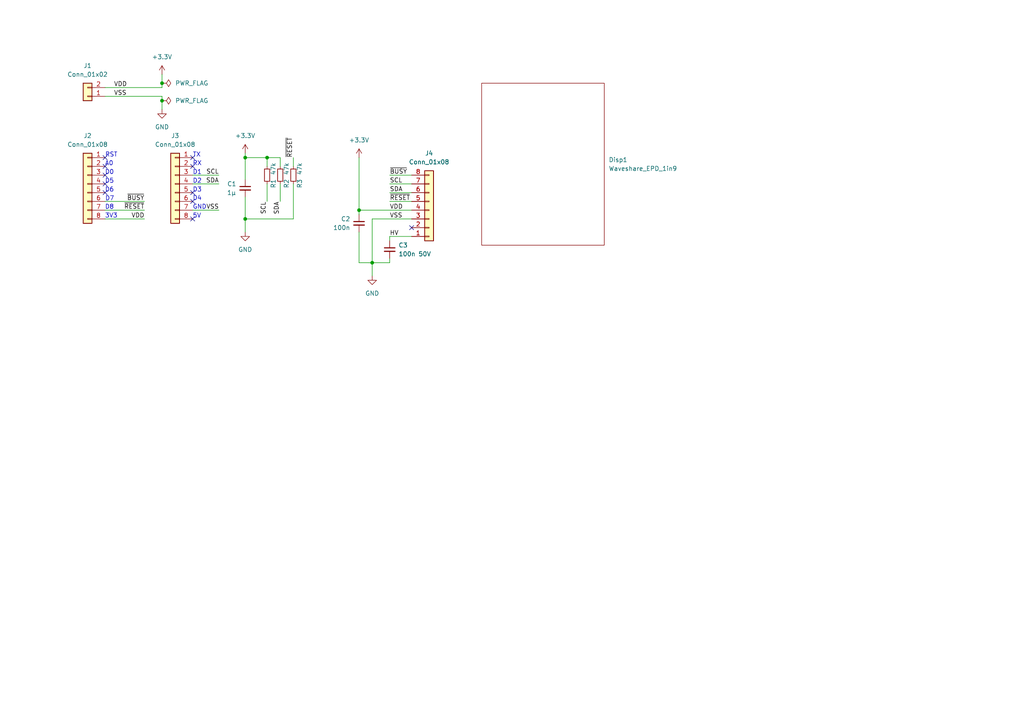
<source format=kicad_sch>
(kicad_sch (version 20211123) (generator eeschema)
  (paper "A4")
  (lib_symbols
    (symbol "Connector_Generic:Conn_01x02" (pin_names (offset 1.016) hide)
      (property "Reference" "J" (at 0 2.54 0))
      (property "Value" "Conn_01x02" (at 0 -5.08 0))
      (symbol "Conn_01x02_1_1"
        (rectangle (start -1.27 -2.413) (end 0 -2.667) (stroke (width 0.1524)))
        (rectangle (start -1.27 0.127) (end 0 -0.127) (stroke (width 0.1524)))
        (rectangle (start -1.27 1.27) (end 1.27 -3.81) (stroke (width 0.254)) (fill (type background)))
        (pin passive line (at -5.08 0 0) (length 3.81) (name "Pin_1") (number "1"))
        (pin passive line (at -5.08 -2.54 0) (length 3.81) (name "Pin_2") (number "2"))
      )
    )
    (symbol "Connector_Generic:Conn_01x08" (pin_names (offset 1.016) hide)
      (property "Reference" "J" (at 0 10.16 0))
      (property "Value" "Conn_01x08" (at 0 -12.7 0))
      (symbol "Conn_01x08_1_1"
        (rectangle (start -1.27 -10.033) (end 0 -10.287) (stroke (width 0.1524)))
        (rectangle (start -1.27 -7.493) (end 0 -7.747) (stroke (width 0.1524)))
        (rectangle (start -1.27 -4.953) (end 0 -5.207) (stroke (width 0.1524)))
        (rectangle (start -1.27 -2.413) (end 0 -2.667) (stroke (width 0.1524)))
        (rectangle (start -1.27 0.127) (end 0 -0.127) (stroke (width 0.1524)))
        (rectangle (start -1.27 2.667) (end 0 2.413) (stroke (width 0.1524)))
        (rectangle (start -1.27 5.207) (end 0 4.953) (stroke (width 0.1524)))
        (rectangle (start -1.27 7.747) (end 0 7.493) (stroke (width 0.1524)))
        (rectangle (start -1.27 8.89) (end 1.27 -11.43) (stroke (width 0.254)) (fill (type background)))
        (pin passive line (at -5.08 7.62 0) (length 3.81) (name "Pin_1") (number "1"))
        (pin passive line (at -5.08 5.08 0) (length 3.81) (name "Pin_2") (number "2"))
        (pin passive line (at -5.08 2.54 0) (length 3.81) (name "Pin_3") (number "3"))
        (pin passive line (at -5.08 0 0) (length 3.81) (name "Pin_4") (number "4"))
        (pin passive line (at -5.08 -2.54 0) (length 3.81) (name "Pin_5") (number "5"))
        (pin passive line (at -5.08 -5.08 0) (length 3.81) (name "Pin_6") (number "6"))
        (pin passive line (at -5.08 -7.62 0) (length 3.81) (name "Pin_7") (number "7"))
        (pin passive line (at -5.08 -10.16 0) (length 3.81) (name "Pin_8") (number "8"))
      )
    )
    (symbol "Device:C_Small" (pin_numbers hide) (pin_names (offset 0.254) hide)
      (property "Reference" "C" (at 0.254 1.778 0))
      (property "Value" "C_Small" (at 0.254 -2.032 0))
      (symbol "C_Small_0_1"
        (polyline (pts (xy -1.524 -0.508) (xy 1.524 -0.508)) (stroke (width 0.3302)))
        (polyline (pts (xy -1.524 0.508) (xy 1.524 0.508)) (stroke (width 0.3048)))
      )
      (symbol "C_Small_1_1"
        (pin passive line (at 0 2.54 270) (length 2.032) (name "~") (number "1"))
        (pin passive line (at 0 -2.54 90) (length 2.032) (name "~") (number "2"))
      )
    )
    (symbol "Device:R_Small" (pin_numbers hide) (pin_names (offset 0.254) hide)
      (property "Reference" "R" (at 0.762 0.508 0))
      (property "Value" "R_Small" (at 0.762 -1.016 0))
      (symbol "R_Small_0_1"
        (rectangle (start -0.762 1.778) (end 0.762 -1.778) (stroke (width 0.2032)))
      )
      (symbol "R_Small_1_1"
        (pin passive line (at 0 2.54 270) (length 0.762) (name "~") (number "1"))
        (pin passive line (at 0 -2.54 90) (length 0.762) (name "~") (number "2"))
      )
    )
    (symbol "Display_local:Waveshare_EPD_1in9"
      (property "Reference" "Disp" (at 17.78 -1.27 0))
      (property "Value" "Waveshare_EPD_1in9" (at 17.78 21.59 0))
      (symbol "Waveshare_EPD_1in9_0_1"
        (rectangle (start 0 0) (end 35.56 46.99))
      )
    )
    (symbol "power:+3.3V" (power) (pin_names (offset 0))
      (property "Value" "+3.3V" (at 0 3.556 0))
      (symbol "+3.3V_0_1"
        (polyline (pts (xy -0.762 1.27) (xy 0 2.54)))
        (polyline (pts (xy 0 0) (xy 0 2.54)))
        (polyline (pts (xy 0 2.54) (xy 0.762 1.27)))
      )
      (symbol "+3.3V_1_1"
        (pin power_in line (at 0 0 90) (length 0) hide (name "+3.3V") (number "1"))
      )
    )
    (symbol "power:GND" (power) (pin_names (offset 0))
      (property "Value" "GND" (at 0 -3.81 0))
      (symbol "GND_0_1"
        (polyline (pts (xy 0 0) (xy 0 -1.27) (xy 1.27 -1.27) (xy 0 -2.54) (xy -1.27 -1.27) (xy 0 -1.27)))
      )
      (symbol "GND_1_1"
        (pin power_in line (at 0 0 270) (length 0) hide (name "GND") (number "1"))
      )
    )
    (symbol "power:PWR_FLAG" (power) (pin_numbers hide) (pin_names (offset 0) hide)
      (property "Value" "PWR_FLAG" (at 0 3.81 0))
      (symbol "PWR_FLAG_0_0"
        (pin power_out line (at 0 0 90) (length 0) (name "pwr") (number "1"))
      )
      (symbol "PWR_FLAG_0_1"
        (polyline (pts (xy 0 0) (xy 0 1.27) (xy -1.016 1.905) (xy 0 2.54) (xy 1.016 1.905) (xy 0 1.27)))
      )
    )
  )
  (junction (at 71.12 45.72))
  (junction (at 71.12 63.5))
  (junction (at 46.99 29.21))
  (junction (at 46.99 24.13))
  (junction (at 104.14 60.96))
  (junction (at 107.95 76.2))
  (junction (at 77.47 45.72))
  (no_connect (at 30.48 45.72))
  (no_connect (at 30.48 48.26))
  (no_connect (at 30.48 50.8))
  (no_connect (at 55.88 63.5))
  (no_connect (at 55.88 45.72))
  (no_connect (at 55.88 48.26))
  (no_connect (at 55.88 55.88))
  (no_connect (at 30.48 55.88))
  (no_connect (at 30.48 53.34))
  (no_connect (at 55.88 58.42))
  (no_connect (at 119.38 66.04))
  (wire (pts (xy 71.12 57.15) (xy 71.12 63.5)))
  (wire (pts (xy 113.03 55.88) (xy 119.38 55.88)))
  (wire (pts (xy 46.99 27.94) (xy 46.99 29.21)))
  (wire (pts (xy 55.88 53.34) (xy 63.5 53.34)))
  (wire (pts (xy 77.47 45.72) (xy 71.12 45.72)))
  (wire (pts (xy 55.88 60.96) (xy 63.5 60.96)))
  (wire (pts (xy 85.09 53.34) (xy 85.09 63.5)))
  (wire (pts (xy 46.99 24.13) (xy 46.99 21.59)))
  (wire (pts (xy 30.48 63.5) (xy 41.91 63.5)))
  (wire (pts (xy 55.88 50.8) (xy 63.5 50.8)))
  (wire (pts (xy 104.14 76.2) (xy 107.95 76.2)))
  (wire (pts (xy 113.03 58.42) (xy 119.38 58.42)))
  (wire (pts (xy 30.48 27.94) (xy 46.99 27.94)))
  (wire (pts (xy 113.03 68.58) (xy 113.03 69.85)))
  (wire (pts (xy 81.28 53.34) (xy 81.28 58.42)))
  (wire (pts (xy 30.48 58.42) (xy 41.91 58.42)))
  (wire (pts (xy 113.03 53.34) (xy 119.38 53.34)))
  (wire (pts (xy 77.47 48.26) (xy 77.47 45.72)))
  (wire (pts (xy 107.95 76.2) (xy 107.95 80.01)))
  (wire (pts (xy 113.03 50.8) (xy 119.38 50.8)))
  (wire (pts (xy 113.03 76.2) (xy 113.03 74.93)))
  (wire (pts (xy 46.99 25.4) (xy 46.99 24.13)))
  (wire (pts (xy 71.12 45.72) (xy 71.12 52.07)))
  (wire (pts (xy 46.99 31.75) (xy 46.99 29.21)))
  (wire (pts (xy 77.47 53.34) (xy 77.47 58.42)))
  (wire (pts (xy 104.14 67.31) (xy 104.14 76.2)))
  (wire (pts (xy 71.12 63.5) (xy 71.12 67.31)))
  (wire (pts (xy 81.28 48.26) (xy 81.28 45.72)))
  (wire (pts (xy 30.48 60.96) (xy 41.91 60.96)))
  (wire (pts (xy 71.12 63.5) (xy 85.09 63.5)))
  (wire (pts (xy 71.12 44.45) (xy 71.12 45.72)))
  (wire (pts (xy 30.48 25.4) (xy 46.99 25.4)))
  (wire (pts (xy 107.95 63.5) (xy 107.95 76.2)))
  (wire (pts (xy 107.95 63.5) (xy 119.38 63.5)))
  (wire (pts (xy 85.09 45.72) (xy 85.09 48.26)))
  (wire (pts (xy 81.28 45.72) (xy 77.47 45.72)))
  (wire (pts (xy 104.14 60.96) (xy 119.38 60.96)))
  (wire (pts (xy 104.14 45.72) (xy 104.14 60.96)))
  (wire (pts (xy 104.14 62.23) (xy 104.14 60.96)))
  (wire (pts (xy 113.03 68.58) (xy 119.38 68.58)))
  (wire (pts (xy 113.03 76.2) (xy 107.95 76.2)))
  (text "RST" (at 30.48 45.72 0) (effects (font (size 1.27 1.27)) (justify left bottom)))
  (text "D3" (at 55.8746 55.8742 0) (effects (font (size 1.27 1.27)) (justify left bottom)))
  (text "D0" (at 30.4166 50.7826 0) (effects (font (size 1.27 1.27)) (justify left bottom)))
  (text "D8" (at 30.4166 60.878 0) (effects (font (size 1.27 1.27)) (justify left bottom)))
  (text "A0" (at 30.4166 48.2368 0) (effects (font (size 1.27 1.27)) (justify left bottom)))
  (text "D7" (at 30.48 58.42 0) (effects (font (size 1.27 1.27)) (justify left bottom)))
  (text "D5" (at 30.4166 53.3284 0) (effects (font (size 1.27 1.27)) (justify left bottom)))
  (text "RX" (at 55.8746 48.2368 0) (effects (font (size 1.27 1.27)) (justify left bottom)))
  (text "5V" (at 55.8746 63.4238 0) (effects (font (size 1.27 1.27)) (justify left bottom)))
  (text "D6" (at 30.4166 55.8742 0) (effects (font (size 1.27 1.27)) (justify left bottom)))
  (text "D1" (at 55.8746 50.7826 0) (effects (font (size 1.27 1.27)) (justify left bottom)))
  (text "TX" (at 55.88 45.72 0) (effects (font (size 1.27 1.27)) (justify left bottom)))
  (text "GND" (at 55.8746 60.878 0) (effects (font (size 1.27 1.27)) (justify left bottom)))
  (text "D4" (at 55.8746 58.3322 0) (effects (font (size 1.27 1.27)) (justify left bottom)))
  (text "D2" (at 55.8746 53.3284 0) (effects (font (size 1.27 1.27)) (justify left bottom)))
  (text "3V3" (at 30.4166 63.4238 0) (effects (font (size 1.27 1.27)) (justify left bottom)))
  (label "VSS" (at 113.03 63.5 0))
  (label "VSS" (at 33.02 27.94 0))
  (label "~{RESET}" (at 85.09 45.72 90))
  (label "VDD" (at 113.03 60.96 0))
  (label "~{BUSY}" (at 113.03 50.8 0))
  (label "SDA" (at 81.28 58.42 270))
  (label "VDD" (at 33.02 25.4 0))
  (label "SCL" (at 77.47 58.42 270))
  (label "VDD" (at 41.91 63.5 180))
  (label "SCL" (at 63.5 50.8 180))
  (label "HV" (at 113.03 68.58 0))
  (label "SDA" (at 113.03 55.88 0))
  (label "SCL" (at 113.03 53.34 0))
  (label "~{BUSY}" (at 41.91 58.42 180))
  (label "VSS" (at 63.5 60.96 180))
  (label "SDA" (at 63.5 53.34 180))
  (label "~{RESET}" (at 113.03 58.42 0))
  (label "~{RESET}" (at 41.91 60.96 180))
  (symbol (lib_id "power:+3.3V") (at 46.99 21.59 0) (mirror y) (unit 1)
    (property "Reference" "#PWR01" (effects hide))
    (property "Value" "+3.3V" (at 46.99 16.51 0))
  )
  (symbol (lib_id "Device:C_Small") (at 113.03 72.39 0) (unit 1)
    (property "Reference" "C3" (at 115.57 71.1262 0) (effects (justify left)))
    (property "Value" "100n 50V" (at 115.57 73.6662 0) (effects (justify left)))
    (property "Footprint" "Capacitor_SMD:C_1206_3216Metric_Pad1.33x1.80mm_HandSolder" (effects hide))
  )
  (symbol (lib_id "power:GND") (at 46.99 31.75 0) (mirror y) (unit 1)
    (property "Reference" "#PWR02" (effects hide))
    (property "Value" "GND" (at 46.99 36.83 0))
  )
  (symbol (lib_id "Connector_Generic:Conn_01x02") (at 25.4 27.94 180) (unit 1)
    (property "Reference" "J1" (at 25.4 19.05 0))
    (property "Value" "Conn_01x02" (at 25.4 21.59 0))
    (property "Footprint" "Connector_PinHeader_2.54mm:PinHeader_1x02_P2.54mm_Horizontal" (effects hide))
  )
  (symbol (lib_id "power:+3.3V") (at 71.12 44.45 0) (mirror y) (unit 1)
    (property "Reference" "#PWR03" (effects hide))
    (property "Value" "+3.3V" (at 71.12 39.37 0))
  )
  (symbol (lib_id "Connector_Generic:Conn_01x08") (at 124.46 60.96 0) (mirror x) (unit 1)
    (property "Reference" "J4" (at 124.46 44.45 0))
    (property "Value" "Conn_01x08" (at 124.46 46.99 0))
    (property "Footprint" "Connector:CivLux_CF35_1x08-1MP_P0.50mm_Horizontal" (effects hide))
  )
  (symbol (lib_id "Device:R_Small") (at 81.28 50.8 0) (unit 1)
    (property "Reference" "R2" (at 83.82 54.61 90) (effects (justify left bottom)))
    (property "Value" "47k" (at 83.82 50.8 90) (effects (justify left bottom)))
    (property "Footprint" "Resistor_SMD:R_1206_3216Metric_Pad1.30x1.75mm_HandSolder" (effects hide))
  )
  (symbol (lib_id "Device:R_Small") (at 77.47 50.8 0) (unit 1)
    (property "Reference" "R1" (at 80.01 54.61 90) (effects (justify left bottom)))
    (property "Value" "47k" (at 80.01 50.8 90) (effects (justify left bottom)))
    (property "Footprint" "Resistor_SMD:R_1206_3216Metric_Pad1.30x1.75mm_HandSolder" (effects hide))
  )
  (symbol (lib_id "Device:R_Small") (at 85.09 50.8 0) (unit 1)
    (property "Reference" "R3" (at 87.63 54.61 90) (effects (justify left bottom)))
    (property "Value" "47k" (at 87.63 50.8 90) (effects (justify left bottom)))
    (property "Footprint" "Resistor_SMD:R_1206_3216Metric_Pad1.30x1.75mm_HandSolder" (effects hide))
  )
  (symbol (lib_id "Device:C_Small") (at 71.12 54.61 0) (mirror y) (unit 1)
    (property "Reference" "C1" (at 68.58 53.3462 0) (effects (justify left)))
    (property "Value" "1μ" (at 68.58 55.8862 0) (effects (justify left)))
    (property "Footprint" "Capacitor_SMD:C_0805_2012Metric_Pad1.18x1.45mm_HandSolder" (effects hide))
  )
  (symbol (lib_id "Connector_Generic:Conn_01x08") (at 25.4 53.34 0) (mirror y) (unit 1)
    (property "Reference" "J2" (at 25.4 39.37 0))
    (property "Value" "Conn_01x08" (at 25.4 41.91 0))
    (property "Footprint" "Connector_PinSocket_2.54mm:PinSocket_1x08_P2.54mm_Vertical" (effects hide))
  )
  (symbol (lib_id "power:GND") (at 71.12 67.31 0) (mirror y) (unit 1)
    (property "Reference" "#PWR04" (effects hide))
    (property "Value" "GND" (at 71.12 72.39 0))
  )
  (symbol (lib_id "Device:C_Small") (at 104.14 64.77 0) (mirror y) (unit 1)
    (property "Reference" "C2" (at 101.6 63.5062 0) (effects (justify left)))
    (property "Value" "100n" (at 101.6 66.0462 0) (effects (justify left)))
    (property "Footprint" "Capacitor_SMD:C_1206_3216Metric_Pad1.33x1.80mm_HandSolder" (effects hide))
  )
  (symbol (lib_id "Connector_Generic:Conn_01x08") (at 50.8 53.34 0) (mirror y) (unit 1)
    (property "Reference" "J3" (at 50.8 39.37 0))
    (property "Value" "Conn_01x08" (at 50.8 41.91 0))
    (property "Footprint" "Connector_PinSocket_2.54mm:PinSocket_1x08_P2.54mm_Vertical" (effects hide))
  )
  (symbol (lib_id "Display_local:Waveshare_EPD_1in9") (at 139.7 71.12 0) (unit 1)
    (property "Reference" "Disp1" (at 176.53 46.3549 0) (effects (justify left)))
    (property "Value" "Waveshare_EPD_1in9" (at 176.53 48.8949 0) (effects (justify left)))
    (property "Footprint" "Display_local:Waveshare_EPD_1in9" (effects hide))
    (property "Datasheet" "https://www.waveshare.com/w/upload/5/53/1.9inch_Segment_e-Paper_Specification.pdf" (effects hide))
    (property "Manufacturer URL" "https://www.waveshare.com/wiki/1.9inch_Segment_e-Paper_Module" (effects hide))
  )
  (symbol (lib_id "power:PWR_FLAG") (at 46.99 29.21 270) (unit 1)
    (property "Reference" "#FLG02" (effects hide))
    (property "Value" "PWR_FLAG" (at 50.8 29.2099 90) (effects (justify left)))
  )
  (symbol (lib_id "power:PWR_FLAG") (at 46.99 24.13 270) (unit 1)
    (property "Reference" "#FLG01" (effects hide))
    (property "Value" "PWR_FLAG" (at 50.8 24.1299 90) (effects (justify left)))
  )
  (symbol (lib_id "power:GND") (at 107.95 80.01 0) (mirror y) (unit 1)
    (property "Reference" "#PWR06" (effects hide))
    (property "Value" "GND" (at 107.95 85.09 0))
  )
  (symbol (lib_id "power:+3.3V") (at 104.14 45.72 0) (mirror y) (unit 1)
    (property "Reference" "#PWR05" (effects hide))
    (property "Value" "+3.3V" (at 104.14 40.64 0))
  )
)
</source>
